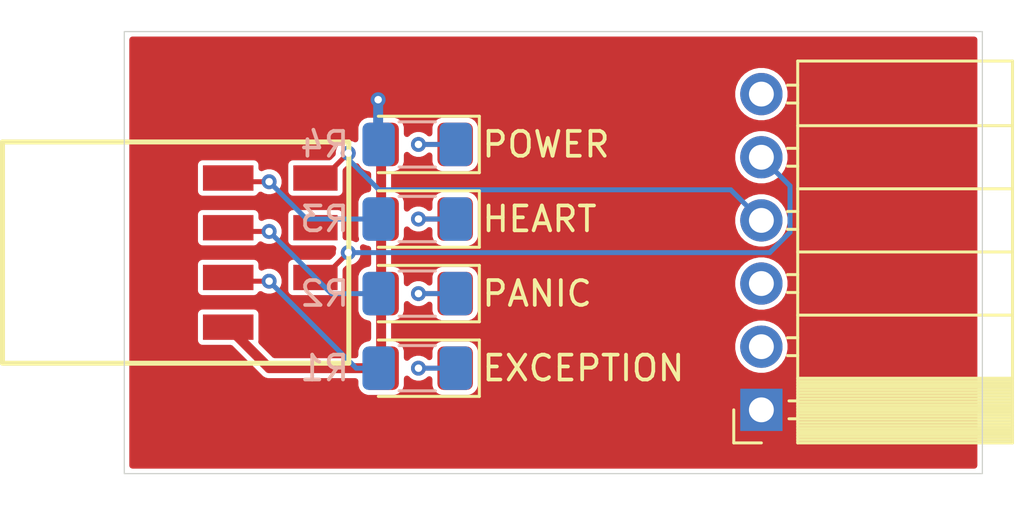
<source format=kicad_pcb>
(kicad_pcb (version 20241229) (generator "pcbnew") (generator_version "9.0")
  (layers (0 "F.Cu" signal) (2 "B.Cu" signal) (13 "F.Paste" user) (15 "B.Paste" user) (5 "F.SilkS" user "F.Silkscreen") (7 "B.SilkS" user "B.Silkscreen") (1 "F.Mask" user) (3 "B.Mask" user) (25 "Edge.Cuts" user))
  (net 0 "")
  (net 1 "TX")
  (net 2 "GND")
  (net 3 "RX")
  (net 4 "/EXC")
  (net 5 "+3V3")
  (net 6 "/PAN")
  (net 7 "/BEAT")
  (net 8 "EXCEPTION")
  (net 9 "PANIC")
  (net 10 "HEART")
  (net 11 "/PWR")
  (footprint "Connector_PinSocket_2.54mm:PinSocket_1x06_P2.54mm_Horizontal" (layer "F.Cu") (at 143.71 95.225 180)
    (property "Reference" "J2" (hide yes))
    (property "Value" "Conn_01x06")
    (fp_line (start 1.11 -1.33) (end 1.11 0) (stroke (width 0.12)) (layer "F.SilkS"))
    (fp_line (start 0 -1.33) (end 1.11 -1.33) (stroke (width 0.12)) (layer "F.SilkS"))
    (fp_line (start -1.46 13.06) (end -1.05 13.06) (stroke (width 0.12)) (layer "F.SilkS"))
    (fp_line (start -1.46 12.34) (end -1.05 12.34) (stroke (width 0.12)) (layer "F.SilkS"))
    (fp_line (start -1.46 10.52) (end -1.05 10.52) (stroke (width 0.12)) (layer "F.SilkS"))
    (fp_line (start -1.46 9.8) (end -1.05 9.8) (stroke (width 0.12)) (layer "F.SilkS"))
    (fp_line (start -1.46 7.98) (end -1.05 7.98) (stroke (width 0.12)) (layer "F.SilkS"))
    (fp_line (start -1.46 7.26) (end -1.05 7.26) (stroke (width 0.12)) (layer "F.SilkS"))
    (fp_line (start -1.46 5.44) (end -1.05 5.44) (stroke (width 0.12)) (layer "F.SilkS"))
    (fp_line (start -1.46 4.72) (end -1.05 4.72) (stroke (width 0.12)) (layer "F.SilkS"))
    (fp_line (start -1.46 2.9) (end -1.05 2.9) (stroke (width 0.12)) (layer "F.SilkS"))
    (fp_line (start -1.46 2.18) (end -1.05 2.18) (stroke (width 0.12)) (layer "F.SilkS"))
    (fp_line (start -1.46 0.36) (end -1.11 0.36) (stroke (width 0.12)) (layer "F.SilkS"))
    (fp_line (start -1.46 -0.36) (end -1.11 -0.36) (stroke (width 0.12)) (layer "F.SilkS"))
    (fp_line (start -1.46 -1.33) (end -1.46 14.03) (stroke (width 0.12)) (layer "F.SilkS"))
    (fp_line (start -10.09 14.03) (end -1.46 14.03) (stroke (width 0.12)) (layer "F.SilkS"))
    (fp_line (start -10.09 11.43) (end -1.46 11.43) (stroke (width 0.12)) (layer "F.SilkS"))
    (fp_line (start -10.09 8.89) (end -1.46 8.89) (stroke (width 0.12)) (layer "F.SilkS"))
    (fp_line (start -10.09 6.35) (end -1.46 6.35) (stroke (width 0.12)) (layer "F.SilkS"))
    (fp_line (start -10.09 3.81) (end -1.46 3.81) (stroke (width 0.12)) (layer "F.SilkS"))
    (fp_line (start -10.09 1.27) (end -1.46 1.27) (stroke (width 0.12)) (layer "F.SilkS"))
    (fp_line (start -10.09 1.1519) (end -1.46 1.1519) (stroke (width 0.12)) (layer "F.SilkS"))
    (fp_line (start -10.09 1.033805) (end -1.46 1.033805) (stroke (width 0.12)) (layer "F.SilkS"))
    (fp_line (start -10.09 0.91571) (end -1.46 0.91571) (stroke (width 0.12)) (layer "F.SilkS"))
    (fp_line (start -10.09 0.797615) (end -1.46 0.797615) (stroke (width 0.12)) (layer "F.SilkS"))
    (fp_line (start -10.09 0.67952) (end -1.46 0.67952) (stroke (width 0.12)) (layer "F.SilkS"))
    (fp_line (start -10.09 0.561425) (end -1.46 0.561425) (stroke (width 0.12)) (layer "F.SilkS"))
    (fp_line (start -10.09 0.44333) (end -1.46 0.44333) (stroke (width 0.12)) (layer "F.SilkS"))
    (fp_line (start -10.09 0.325235) (end -1.46 0.325235) (stroke (width 0.12)) (layer "F.SilkS"))
    (fp_line (start -10.09 0.20714) (end -1.46 0.20714) (stroke (width 0.12)) (layer "F.SilkS"))
    (fp_line (start -10.09 0.089045) (end -1.46 0.089045) (stroke (width 0.12)) (layer "F.SilkS"))
    (fp_line (start -10.09 -0.02905) (end -1.46 -0.02905) (stroke (width 0.12)) (layer "F.SilkS"))
    (fp_line (start -10.09 -0.147145) (end -1.46 -0.147145) (stroke (width 0.12)) (layer "F.SilkS"))
    (fp_line (start -10.09 -0.26524) (end -1.46 -0.26524) (stroke (width 0.12)) (layer "F.SilkS"))
    (fp_line (start -10.09 -0.383335) (end -1.46 -0.383335) (stroke (width 0.12)) (layer "F.SilkS"))
    (fp_line (start -10.09 -0.50143) (end -1.46 -0.50143) (stroke (width 0.12)) (layer "F.SilkS"))
    (fp_line (start -10.09 -0.619525) (end -1.46 -0.619525) (stroke (width 0.12)) (layer "F.SilkS"))
    (fp_line (start -10.09 -0.73762) (end -1.46 -0.73762) (stroke (width 0.12)) (layer "F.SilkS"))
    (fp_line (start -10.09 -0.855715) (end -1.46 -0.855715) (stroke (width 0.12)) (layer "F.SilkS"))
    (fp_line (start -10.09 -0.97381) (end -1.46 -0.97381) (stroke (width 0.12)) (layer "F.SilkS"))
    (fp_line (start -10.09 -1.091905) (end -1.46 -1.091905) (stroke (width 0.12)) (layer "F.SilkS"))
    (fp_line (start -10.09 -1.21) (end -1.46 -1.21) (stroke (width 0.12)) (layer "F.SilkS"))
    (fp_line (start -10.09 -1.33) (end -1.46 -1.33) (stroke (width 0.12)) (layer "F.SilkS"))
    (fp_line (start -10.09 -1.33) (end -10.09 14.03) (stroke (width 0.12)) (layer "F.SilkS"))
    (pad "1" thru_hole rect (at 0 0 180) (size 1.7 1.7) (drill 1) (layers "*.Cu" "*.Mask") (net 2 "GND"))
    (pad "2" thru_hole oval (at 0 2.54 180) (size 1.7 1.7) (drill 1) (layers "*.Cu" "*.Mask"))
    (pad "3" thru_hole oval (at 0 5.08 180) (size 1.7 1.7) (drill 1) (layers "*.Cu" "*.Mask"))
    (pad "4" thru_hole oval (at 0 7.62 180) (size 1.7 1.7) (drill 1) (layers "*.Cu" "*.Mask") (net 3 "RX"))
    (pad "5" thru_hole oval (at 0 10.16 180) (size 1.7 1.7) (drill 1) (layers "*.Cu" "*.Mask") (net 1 "TX"))
    (pad "6" thru_hole oval (at 0 12.7 180) (size 1.7 1.7) (drill 1) (layers "*.Cu" "*.Mask"))
  )
  (footprint "custom:SAMTEC-MMT-104-02-X-DH" (layer "F.Cu") (at 119.11 88.9 -90)
    (property "Reference" "J1" (hide yes))
    (property "Value" "SAMTEC-MMT-104-02-X-DH")
    (fp_line (start -4.45 5.89501) (end 4.45 5.89501) (stroke (width 0.2)) (layer "F.SilkS"))
    (fp_line (start 4.45 5.89501) (end 4.45 -8.02099) (stroke (width 0.2)) (layer "F.SilkS"))
    (fp_line (start -4.45 -8.02099) (end -4.45 5.89501) (stroke (width 0.2)) (layer "F.SilkS"))
    (fp_line (start 4.45 -8.02099) (end -4.45 -8.02099) (stroke (width 0.2)) (layer "F.SilkS"))
    (pad "1" smd rect (at -2.99999 -3.175 270) (size 1.01999 2.02999) (layers "F.Cu" "F.Paste") (net 10 "HEART"))
    (pad "2" smd rect (at -2.99999 -6.68 270) (size 1.01999 1.78001) (layers "F.Cu" "F.Paste") (net 3 "RX"))
    (pad "3" smd rect (at -0.999998 -3.175 270) (size 1.01999 2.02999) (layers "F.Cu" "F.Paste") (net 9 "PANIC"))
    (pad "4" smd rect (at -0.999998 -6.68 270) (size 1.01999 1.78001) (layers "F.Cu" "F.Paste"))
    (pad "5" smd rect (at 0.999998 -3.175 270) (size 1.01999 2.02999) (layers "F.Cu" "F.Paste") (net 8 "EXCEPTION"))
    (pad "6" smd rect (at 0.999998 -6.68 270) (size 1.01999 1.78001) (layers "F.Cu" "F.Paste") (net 1 "TX"))
    (pad "7" smd rect (at 2.99999 -3.175 270) (size 1.01999 2.02999) (layers "F.Cu" "F.Paste") (net 5 "+3V3"))
    (pad "8" smd rect (at 2.99999 -6.68 270) (size 1.01999 1.78001) (layers "F.Cu" "F.Paste") (net 2 "GND"))
  )
  (footprint "LED_SMD:LED_1206_3216Metric_Pad1.42x1.75mm_HandSolder" (layer "F.Cu") (at 129.9175 87.55 180)
    (property "Reference" "D3" (hide yes))
    (property "Value" "LED")
    (fp_line (start 1.6 -1.135) (end -2.46 -1.135) (stroke (width 0.12)) (layer "F.SilkS"))
    (fp_line (start -2.46 1.135) (end 1.6 1.135) (stroke (width 0.12)) (layer "F.SilkS"))
    (fp_line (start -2.46 -1.135) (end -2.46 1.135) (stroke (width 0.12)) (layer "F.SilkS"))
    (pad "1" smd roundrect (at -1.4875 0 180) (size 1.425 1.75) (layers "F.Cu" "F.Mask" "F.Paste") (roundrect_rratio 0.175439) (net 7 "/BEAT"))
    (pad "2" smd roundrect (at 1.4875 0 180) (size 1.425 1.75) (layers "F.Cu" "F.Mask" "F.Paste") (roundrect_rratio 0.175439) (net 5 "+3V3"))
  )
  (footprint "LED_SMD:LED_1206_3216Metric_Pad1.42x1.75mm_HandSolder" (layer "F.Cu") (at 129.9175 84.55 180)
    (property "Reference" "D4" (hide yes))
    (property "Value" "LED")
    (fp_line (start 1.6 -1.135) (end -2.46 -1.135) (stroke (width 0.12)) (layer "F.SilkS"))
    (fp_line (start -2.46 1.135) (end 1.6 1.135) (stroke (width 0.12)) (layer "F.SilkS"))
    (fp_line (start -2.46 -1.135) (end -2.46 1.135) (stroke (width 0.12)) (layer "F.SilkS"))
    (pad "1" smd roundrect (at -1.4875 0 180) (size 1.425 1.75) (layers "F.Cu" "F.Mask" "F.Paste") (roundrect_rratio 0.175439) (net 11 "/PWR"))
    (pad "2" smd roundrect (at 1.4875 0 180) (size 1.425 1.75) (layers "F.Cu" "F.Mask" "F.Paste") (roundrect_rratio 0.175439) (net 5 "+3V3"))
  )
  (footprint "LED_SMD:LED_1206_3216Metric_Pad1.42x1.75mm_HandSolder" (layer "F.Cu") (at 129.9175 93.55 180)
    (property "Reference" "D1" (hide yes))
    (property "Value" "LED")
    (fp_line (start 1.6 -1.135) (end -2.46 -1.135) (stroke (width 0.12)) (layer "F.SilkS"))
    (fp_line (start -2.46 1.135) (end 1.6 1.135) (stroke (width 0.12)) (layer "F.SilkS"))
    (fp_line (start -2.46 -1.135) (end -2.46 1.135) (stroke (width 0.12)) (layer "F.SilkS"))
    (pad "1" smd roundrect (at -1.4875 0 180) (size 1.425 1.75) (layers "F.Cu" "F.Mask" "F.Paste") (roundrect_rratio 0.175439) (net 4 "/EXC"))
    (pad "2" smd roundrect (at 1.4875 0 180) (size 1.425 1.75) (layers "F.Cu" "F.Mask" "F.Paste") (roundrect_rratio 0.175439) (net 5 "+3V3"))
  )
  (footprint "LED_SMD:LED_1206_3216Metric_Pad1.42x1.75mm_HandSolder" (layer "F.Cu") (at 129.9175 90.55 180)
    (property "Reference" "D2" (hide yes))
    (property "Value" "LED")
    (fp_line (start 1.6 -1.135) (end -2.46 -1.135) (stroke (width 0.12)) (layer "F.SilkS"))
    (fp_line (start -2.46 1.135) (end 1.6 1.135) (stroke (width 0.12)) (layer "F.SilkS"))
    (fp_line (start -2.46 -1.135) (end -2.46 1.135) (stroke (width 0.12)) (layer "F.SilkS"))
    (pad "1" smd roundrect (at -1.4875 0 180) (size 1.425 1.75) (layers "F.Cu" "F.Mask" "F.Paste") (roundrect_rratio 0.175439) (net 6 "/PAN"))
    (pad "2" smd roundrect (at 1.4875 0 180) (size 1.425 1.75) (layers "F.Cu" "F.Mask" "F.Paste") (roundrect_rratio 0.175439) (net 5 "+3V3"))
  )
  (footprint "Resistor_SMD:R_1206_3216Metric_Pad1.30x1.75mm_HandSolder" (layer "B.Cu") (at 129.88 93.55)
    (property "Reference" "R1" (at -3.72 0 0) (layer "B.SilkS") (effects (justify mirror)))
    (property "Value" "R")
    (fp_line (start -0.727064 -0.91) (end 0.727064 -0.91) (stroke (width 0.12)) (layer "B.SilkS"))
    (fp_line (start -0.727064 0.91) (end 0.727064 0.91) (stroke (width 0.12)) (layer "B.SilkS"))
    (pad "1" smd roundrect (at -1.55 0) (size 1.3 1.75) (layers "B.Cu" "B.Mask" "B.Paste") (roundrect_rratio 0.192308) (net 8 "EXCEPTION"))
    (pad "2" smd roundrect (at 1.55 0) (size 1.3 1.75) (layers "B.Cu" "B.Mask" "B.Paste") (roundrect_rratio 0.192308) (net 4 "/EXC"))
  )
  (footprint "Resistor_SMD:R_1206_3216Metric_Pad1.30x1.75mm_HandSolder" (layer "B.Cu") (at 129.88 84.55)
    (property "Reference" "R4" (at -3.72 0 0) (layer "B.SilkS") (effects (justify mirror)))
    (property "Value" "R")
    (fp_line (start -0.727064 -0.91) (end 0.727064 -0.91) (stroke (width 0.12)) (layer "B.SilkS"))
    (fp_line (start -0.727064 0.91) (end 0.727064 0.91) (stroke (width 0.12)) (layer "B.SilkS"))
    (pad "1" smd roundrect (at -1.55 0) (size 1.3 1.75) (layers "B.Cu" "B.Mask" "B.Paste") (roundrect_rratio 0.192308) (net 2 "GND"))
    (pad "2" smd roundrect (at 1.55 0) (size 1.3 1.75) (layers "B.Cu" "B.Mask" "B.Paste") (roundrect_rratio 0.192308) (net 11 "/PWR"))
  )
  (footprint "Resistor_SMD:R_1206_3216Metric_Pad1.30x1.75mm_HandSolder" (layer "B.Cu") (at 129.88 90.55)
    (property "Reference" "R2" (at -3.72 0 0) (layer "B.SilkS") (effects (justify mirror)))
    (property "Value" "R")
    (fp_line (start -0.727064 -0.91) (end 0.727064 -0.91) (stroke (width 0.12)) (layer "B.SilkS"))
    (fp_line (start -0.727064 0.91) (end 0.727064 0.91) (stroke (width 0.12)) (layer "B.SilkS"))
    (pad "1" smd roundrect (at -1.55 0) (size 1.3 1.75) (layers "B.Cu" "B.Mask" "B.Paste") (roundrect_rratio 0.192308) (net 9 "PANIC"))
    (pad "2" smd roundrect (at 1.55 0) (size 1.3 1.75) (layers "B.Cu" "B.Mask" "B.Paste") (roundrect_rratio 0.192308) (net 6 "/PAN"))
  )
  (footprint "Resistor_SMD:R_1206_3216Metric_Pad1.30x1.75mm_HandSolder" (layer "B.Cu") (at 129.88 87.55)
    (property "Reference" "R3" (at -3.72 0 0) (layer "B.SilkS") (effects (justify mirror)))
    (property "Value" "R")
    (fp_line (start -0.727064 -0.91) (end 0.727064 -0.91) (stroke (width 0.12)) (layer "B.SilkS"))
    (fp_line (start -0.727064 0.91) (end 0.727064 0.91) (stroke (width 0.12)) (layer "B.SilkS"))
    (pad "1" smd roundrect (at -1.55 0) (size 1.3 1.75) (layers "B.Cu" "B.Mask" "B.Paste") (roundrect_rratio 0.192308) (net 10 "HEART"))
    (pad "2" smd roundrect (at 1.55 0) (size 1.3 1.75) (layers "B.Cu" "B.Mask" "B.Paste") (roundrect_rratio 0.192308) (net 7 "/BEAT"))
  )
  (gr_rect (start 118.11 80.01) (end 152.59 97.79) (stroke (width 0.05)) (fill no) (layer "Edge.Cuts"))
  (gr_text "EXCEPTION" (at 132.41 93.55 0) (layer "F.SilkS") (effects (font (size 1 1)) (justify left)))
  (gr_text "PANIC" (at 132.41 90.55 0) (layer "F.SilkS") (effects (font (size 1 1)) (justify left)))
  (gr_text "HEART" (at 132.41 87.55 0) (layer "F.SilkS") (effects (font (size 1 1)) (justify left)))
  (gr_text "POWER" (at 132.41 84.55 0) (layer "F.SilkS") (effects (font (size 1 1)) (justify left)))
  (segment (start 126.110002 89.899998) (end 127.11 88.9) (width 0.2) (layer "F.Cu") (net 1))
  (segment (start 125.79 89.899998) (end 126.110002 89.899998) (width 0.2) (layer "F.Cu") (net 1))
  (via (at 127.11 88.9) (size 0.6) (drill 0.3) (layers "F.Cu" "B.Cu") (net 1))
  (segment (start 144.04276 88.9) (end 144.861 88.08176) (width 0.2) (layer "B.Cu") (net 1))
  (segment (start 127.11 88.9) (end 144.04276 88.9) (width 0.2) (layer "B.Cu") (net 1))
  (segment (start 144.861 86.216) (end 143.71 85.065) (width 0.2) (layer "B.Cu") (net 1))
  (segment (start 144.861 88.08176) (end 144.861 86.216) (width 0.2) (layer "B.Cu") (net 1))
  (via (at 128.31 82.75) (size 0.6) (drill 0.3) (layers "F.Cu" "B.Cu") (net 2))
  (segment (start 128.31 84.53) (end 128.33 84.55) (width 0.4) (layer "B.Cu") (net 2))
  (segment (start 128.31 82.75) (end 128.31 84.53) (width 0.4) (layer "B.Cu") (net 2))
  (segment (start 126.10999 85.90001) (end 127.11 84.9) (width 0.2) (layer "F.Cu") (net 3))
  (segment (start 125.79 85.90001) (end 126.10999 85.90001) (width 0.2) (layer "F.Cu") (net 3))
  (via (at 127.11 84.9) (size 0.6) (drill 0.3) (layers "F.Cu" "B.Cu") (net 3))
  (segment (start 142.479 86.374) (end 143.71 87.605) (width 0.2) (layer "B.Cu") (net 3))
  (segment (start 128.34284 86.374) (end 142.479 86.374) (width 0.2) (layer "B.Cu") (net 3))
  (segment (start 127.11 85.14116) (end 128.34284 86.374) (width 0.2) (layer "B.Cu") (net 3))
  (segment (start 127.11 84.9) (end 127.11 85.14116) (width 0.2) (layer "B.Cu") (net 3))
  (segment (start 131.405 93.55) (end 129.93 93.55) (width 0.2) (layer "F.Cu") (net 4))
  (via (at 129.93 93.55) (size 0.6) (drill 0.3) (layers "F.Cu" "B.Cu") (net 4))
  (segment (start 131.43 93.55) (end 129.93 93.55) (width 0.2) (layer "B.Cu") (net 4))
  (segment (start 123.93501 93.55) (end 128.43 93.55) (width 0.4) (layer "F.Cu") (net 5))
  (segment (start 128.43 84.55) (end 128.43 93.55) (width 0.4) (layer "F.Cu") (net 5))
  (segment (start 122.285 91.89999) (end 123.93501 93.55) (width 0.4) (layer "F.Cu") (net 5))
  (segment (start 131.405 90.55) (end 129.93 90.55) (width 0.2) (layer "F.Cu") (net 6))
  (via (at 129.93 90.55) (size 0.6) (drill 0.3) (layers "F.Cu" "B.Cu") (net 6))
  (segment (start 131.43 90.55) (end 129.93 90.55) (width 0.2) (layer "B.Cu") (net 6))
  (segment (start 131.405 87.55) (end 129.93 87.55) (width 0.2) (layer "F.Cu") (net 7))
  (via (at 129.93 87.55) (size 0.6) (drill 0.3) (layers "F.Cu" "B.Cu") (net 7))
  (segment (start 131.43 87.55) (end 129.93 87.55) (width 0.2) (layer "B.Cu") (net 7))
  (segment (start 123.93 90.05) (end 122.435002 90.05) (width 0.2) (layer "F.Cu") (net 8))
  (segment (start 122.435002 90.05) (end 122.285 89.899998) (width 0.2) (layer "F.Cu") (net 8))
  (via (at 123.93 90.05) (size 0.6) (drill 0.3) (layers "F.Cu" "B.Cu") (net 8))
  (segment (start 128.33 93.55) (end 127.43 93.55) (width 0.2) (layer "B.Cu") (net 8))
  (segment (start 127.43 93.55) (end 123.93 90.05) (width 0.2) (layer "B.Cu") (net 8))
  (segment (start 122.434998 88.05) (end 122.285 87.900002) (width 0.2) (layer "F.Cu") (net 9))
  (segment (start 123.93 88.05) (end 122.434998 88.05) (width 0.2) (layer "F.Cu") (net 9))
  (via (at 123.93 88.05) (size 0.6) (drill 0.3) (layers "F.Cu" "B.Cu") (net 9))
  (segment (start 126.43 90.55) (end 123.93 88.05) (width 0.2) (layer "B.Cu") (net 9))
  (segment (start 128.33 90.55) (end 126.43 90.55) (width 0.2) (layer "B.Cu") (net 9))
  (segment (start 122.43499 86.05) (end 122.285 85.90001) (width 0.2) (layer "F.Cu") (net 10))
  (segment (start 123.93 86.05) (end 122.43499 86.05) (width 0.2) (layer "F.Cu") (net 10))
  (via (at 123.93 86.05) (size 0.6) (drill 0.3) (layers "F.Cu" "B.Cu") (net 10))
  (segment (start 123.93 86.05) (end 125.43 87.55) (width 0.2) (layer "B.Cu") (net 10))
  (segment (start 125.43 87.55) (end 128.33 87.55) (width 0.2) (layer "B.Cu") (net 10))
  (segment (start 131.405 84.55) (end 129.93 84.55) (width 0.2) (layer "F.Cu") (net 11))
  (via (at 129.93 84.55) (size 0.6) (drill 0.3) (layers "F.Cu" "B.Cu") (net 11))
  (segment (start 131.43 84.55) (end 129.93 84.55) (width 0.2) (layer "B.Cu") (net 11))
  (zone (net 2) (net_name "GND") (layer "F.Cu") (connect_pads yes (clearance 0.2)) (min_thickness 0.25) (fill yes (thermal_gap 0.5) (thermal_bridge_width 0.5))
    (polygon (pts (xy 116.84 78.74) (xy 154.03 78.74) (xy 154.03 99.06) (xy 116.84 99.06)))
  )
)
</source>
